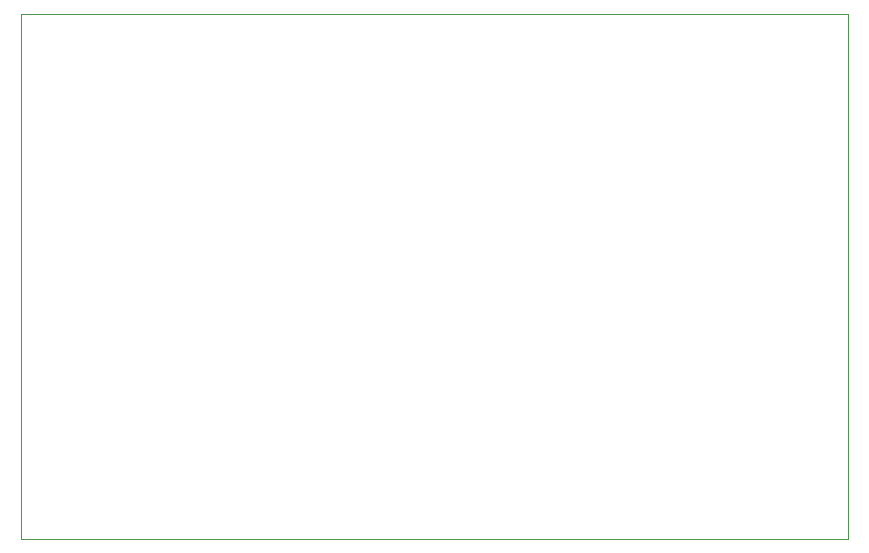
<source format=gm1>
G04 #@! TF.GenerationSoftware,KiCad,Pcbnew,8.0.3-8.0.3-0~ubuntu24.04.1*
G04 #@! TF.CreationDate,2024-07-31T19:04:03+02:00*
G04 #@! TF.ProjectId,motor-driver-breakout,6d6f746f-722d-4647-9269-7665722d6272,rev?*
G04 #@! TF.SameCoordinates,Original*
G04 #@! TF.FileFunction,Profile,NP*
%FSLAX46Y46*%
G04 Gerber Fmt 4.6, Leading zero omitted, Abs format (unit mm)*
G04 Created by KiCad (PCBNEW 8.0.3-8.0.3-0~ubuntu24.04.1) date 2024-07-31 19:04:03*
%MOMM*%
%LPD*%
G01*
G04 APERTURE LIST*
G04 #@! TA.AperFunction,Profile*
%ADD10C,0.100000*%
G04 #@! TD*
G04 APERTURE END LIST*
D10*
X153500000Y-29500000D02*
X223500000Y-29500000D01*
X223500000Y-74000000D01*
X153500000Y-74000000D01*
X153500000Y-29500000D01*
M02*

</source>
